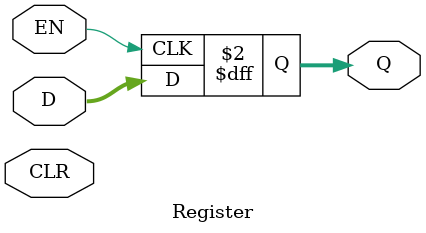
<source format=v>
module Register(EN,Q,D,CLR);
input  EN,CLR;
input  [7:0] D;
output  reg [7:0] Q;

always@(posedge EN)
begin 
	Q<=D;
end 

endmodule

</source>
